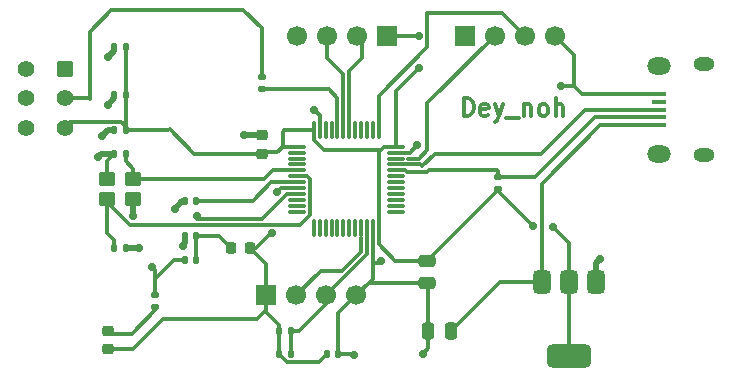
<source format=gbr>
%TF.GenerationSoftware,KiCad,Pcbnew,9.0.4*%
%TF.CreationDate,2025-09-11T21:53:48-07:00*%
%TF.ProjectId,STM32 PCB design,53544d33-3220-4504-9342-206465736967,rev?*%
%TF.SameCoordinates,Original*%
%TF.FileFunction,Copper,L1,Top*%
%TF.FilePolarity,Positive*%
%FSLAX46Y46*%
G04 Gerber Fmt 4.6, Leading zero omitted, Abs format (unit mm)*
G04 Created by KiCad (PCBNEW 9.0.4) date 2025-09-11 21:53:48*
%MOMM*%
%LPD*%
G01*
G04 APERTURE LIST*
G04 Aperture macros list*
%AMRoundRect*
0 Rectangle with rounded corners*
0 $1 Rounding radius*
0 $2 $3 $4 $5 $6 $7 $8 $9 X,Y pos of 4 corners*
0 Add a 4 corners polygon primitive as box body*
4,1,4,$2,$3,$4,$5,$6,$7,$8,$9,$2,$3,0*
0 Add four circle primitives for the rounded corners*
1,1,$1+$1,$2,$3*
1,1,$1+$1,$4,$5*
1,1,$1+$1,$6,$7*
1,1,$1+$1,$8,$9*
0 Add four rect primitives between the rounded corners*
20,1,$1+$1,$2,$3,$4,$5,0*
20,1,$1+$1,$4,$5,$6,$7,0*
20,1,$1+$1,$6,$7,$8,$9,0*
20,1,$1+$1,$8,$9,$2,$3,0*%
G04 Aperture macros list end*
%ADD10C,0.300000*%
%TA.AperFunction,NonConductor*%
%ADD11C,0.300000*%
%TD*%
%TA.AperFunction,SMDPad,CuDef*%
%ADD12RoundRect,0.140000X0.140000X0.170000X-0.140000X0.170000X-0.140000X-0.170000X0.140000X-0.170000X0*%
%TD*%
%TA.AperFunction,ComponentPad*%
%ADD13R,1.700000X1.700000*%
%TD*%
%TA.AperFunction,ComponentPad*%
%ADD14C,1.700000*%
%TD*%
%TA.AperFunction,SMDPad,CuDef*%
%ADD15RoundRect,0.140000X-0.140000X-0.170000X0.140000X-0.170000X0.140000X0.170000X-0.140000X0.170000X0*%
%TD*%
%TA.AperFunction,SMDPad,CuDef*%
%ADD16RoundRect,0.218750X-0.218750X-0.256250X0.218750X-0.256250X0.218750X0.256250X-0.218750X0.256250X0*%
%TD*%
%TA.AperFunction,SMDPad,CuDef*%
%ADD17RoundRect,0.225000X0.250000X-0.225000X0.250000X0.225000X-0.250000X0.225000X-0.250000X-0.225000X0*%
%TD*%
%TA.AperFunction,SMDPad,CuDef*%
%ADD18RoundRect,0.250000X0.250000X0.475000X-0.250000X0.475000X-0.250000X-0.475000X0.250000X-0.475000X0*%
%TD*%
%TA.AperFunction,SMDPad,CuDef*%
%ADD19RoundRect,0.135000X0.135000X0.185000X-0.135000X0.185000X-0.135000X-0.185000X0.135000X-0.185000X0*%
%TD*%
%TA.AperFunction,SMDPad,CuDef*%
%ADD20RoundRect,0.250000X0.450000X0.350000X-0.450000X0.350000X-0.450000X-0.350000X0.450000X-0.350000X0*%
%TD*%
%TA.AperFunction,ComponentPad*%
%ADD21RoundRect,0.250000X-0.450000X0.450000X-0.450000X-0.450000X0.450000X-0.450000X0.450000X0.450000X0*%
%TD*%
%TA.AperFunction,ComponentPad*%
%ADD22C,1.400000*%
%TD*%
%TA.AperFunction,SMDPad,CuDef*%
%ADD23RoundRect,0.135000X0.185000X-0.135000X0.185000X0.135000X-0.185000X0.135000X-0.185000X-0.135000X0*%
%TD*%
%TA.AperFunction,SMDPad,CuDef*%
%ADD24RoundRect,0.218750X-0.256250X0.218750X-0.256250X-0.218750X0.256250X-0.218750X0.256250X0.218750X0*%
%TD*%
%TA.AperFunction,SMDPad,CuDef*%
%ADD25RoundRect,0.250000X-0.475000X0.250000X-0.475000X-0.250000X0.475000X-0.250000X0.475000X0.250000X0*%
%TD*%
%TA.AperFunction,SMDPad,CuDef*%
%ADD26RoundRect,0.075000X-0.662500X-0.075000X0.662500X-0.075000X0.662500X0.075000X-0.662500X0.075000X0*%
%TD*%
%TA.AperFunction,SMDPad,CuDef*%
%ADD27RoundRect,0.075000X-0.075000X-0.662500X0.075000X-0.662500X0.075000X0.662500X-0.075000X0.662500X0*%
%TD*%
%TA.AperFunction,SMDPad,CuDef*%
%ADD28R,1.300000X0.450000*%
%TD*%
%TA.AperFunction,HeatsinkPad*%
%ADD29O,1.800000X1.150000*%
%TD*%
%TA.AperFunction,HeatsinkPad*%
%ADD30O,2.000000X1.450000*%
%TD*%
%TA.AperFunction,SMDPad,CuDef*%
%ADD31RoundRect,0.135000X-0.185000X0.135000X-0.185000X-0.135000X0.185000X-0.135000X0.185000X0.135000X0*%
%TD*%
%TA.AperFunction,SMDPad,CuDef*%
%ADD32RoundRect,0.375000X-0.375000X0.625000X-0.375000X-0.625000X0.375000X-0.625000X0.375000X0.625000X0*%
%TD*%
%TA.AperFunction,SMDPad,CuDef*%
%ADD33RoundRect,0.500000X-1.400000X0.500000X-1.400000X-0.500000X1.400000X-0.500000X1.400000X0.500000X0*%
%TD*%
%TA.AperFunction,ViaPad*%
%ADD34C,0.700000*%
%TD*%
%TA.AperFunction,Conductor*%
%ADD35C,0.300000*%
%TD*%
%TA.AperFunction,Conductor*%
%ADD36C,0.500000*%
%TD*%
G04 APERTURE END LIST*
D10*
D11*
X151100310Y-71809828D02*
X151100310Y-70309828D01*
X151100310Y-70309828D02*
X151457453Y-70309828D01*
X151457453Y-70309828D02*
X151671739Y-70381257D01*
X151671739Y-70381257D02*
X151814596Y-70524114D01*
X151814596Y-70524114D02*
X151886025Y-70666971D01*
X151886025Y-70666971D02*
X151957453Y-70952685D01*
X151957453Y-70952685D02*
X151957453Y-71166971D01*
X151957453Y-71166971D02*
X151886025Y-71452685D01*
X151886025Y-71452685D02*
X151814596Y-71595542D01*
X151814596Y-71595542D02*
X151671739Y-71738400D01*
X151671739Y-71738400D02*
X151457453Y-71809828D01*
X151457453Y-71809828D02*
X151100310Y-71809828D01*
X153171739Y-71738400D02*
X153028882Y-71809828D01*
X153028882Y-71809828D02*
X152743168Y-71809828D01*
X152743168Y-71809828D02*
X152600310Y-71738400D01*
X152600310Y-71738400D02*
X152528882Y-71595542D01*
X152528882Y-71595542D02*
X152528882Y-71024114D01*
X152528882Y-71024114D02*
X152600310Y-70881257D01*
X152600310Y-70881257D02*
X152743168Y-70809828D01*
X152743168Y-70809828D02*
X153028882Y-70809828D01*
X153028882Y-70809828D02*
X153171739Y-70881257D01*
X153171739Y-70881257D02*
X153243168Y-71024114D01*
X153243168Y-71024114D02*
X153243168Y-71166971D01*
X153243168Y-71166971D02*
X152528882Y-71309828D01*
X153743167Y-70809828D02*
X154100310Y-71809828D01*
X154457453Y-70809828D02*
X154100310Y-71809828D01*
X154100310Y-71809828D02*
X153957453Y-72166971D01*
X153957453Y-72166971D02*
X153886024Y-72238400D01*
X153886024Y-72238400D02*
X153743167Y-72309828D01*
X154671739Y-71952685D02*
X155814596Y-71952685D01*
X156171738Y-70809828D02*
X156171738Y-71809828D01*
X156171738Y-70952685D02*
X156243167Y-70881257D01*
X156243167Y-70881257D02*
X156386024Y-70809828D01*
X156386024Y-70809828D02*
X156600310Y-70809828D01*
X156600310Y-70809828D02*
X156743167Y-70881257D01*
X156743167Y-70881257D02*
X156814596Y-71024114D01*
X156814596Y-71024114D02*
X156814596Y-71809828D01*
X157743167Y-71809828D02*
X157600310Y-71738400D01*
X157600310Y-71738400D02*
X157528881Y-71666971D01*
X157528881Y-71666971D02*
X157457453Y-71524114D01*
X157457453Y-71524114D02*
X157457453Y-71095542D01*
X157457453Y-71095542D02*
X157528881Y-70952685D01*
X157528881Y-70952685D02*
X157600310Y-70881257D01*
X157600310Y-70881257D02*
X157743167Y-70809828D01*
X157743167Y-70809828D02*
X157957453Y-70809828D01*
X157957453Y-70809828D02*
X158100310Y-70881257D01*
X158100310Y-70881257D02*
X158171739Y-70952685D01*
X158171739Y-70952685D02*
X158243167Y-71095542D01*
X158243167Y-71095542D02*
X158243167Y-71524114D01*
X158243167Y-71524114D02*
X158171739Y-71666971D01*
X158171739Y-71666971D02*
X158100310Y-71738400D01*
X158100310Y-71738400D02*
X157957453Y-71809828D01*
X157957453Y-71809828D02*
X157743167Y-71809828D01*
X158886024Y-71809828D02*
X158886024Y-70309828D01*
X159528882Y-71809828D02*
X159528882Y-71024114D01*
X159528882Y-71024114D02*
X159457453Y-70881257D01*
X159457453Y-70881257D02*
X159314596Y-70809828D01*
X159314596Y-70809828D02*
X159100310Y-70809828D01*
X159100310Y-70809828D02*
X158957453Y-70881257D01*
X158957453Y-70881257D02*
X158886024Y-70952685D01*
D12*
%TO.P,C1,1*%
%TO.N,+3.3V*%
X122480000Y-73000000D03*
%TO.P,C1,2*%
%TO.N,GND*%
X121520000Y-73000000D03*
%TD*%
D13*
%TO.P,J2,1,Pin_1*%
%TO.N,+3.3V*%
X151190000Y-65000000D03*
D14*
%TO.P,J2,2,Pin_2*%
%TO.N,/SWDIO*%
X153730000Y-65000000D03*
%TO.P,J2,3,Pin_3*%
%TO.N,/SWCLK*%
X156270000Y-65000000D03*
%TO.P,J2,4,Pin_4*%
%TO.N,GND*%
X158810000Y-65000000D03*
%TD*%
D15*
%TO.P,C7,1*%
%TO.N,+3.3V*%
X139520000Y-92000000D03*
%TO.P,C7,2*%
%TO.N,GND*%
X140480000Y-92000000D03*
%TD*%
D12*
%TO.P,C5,1*%
%TO.N,+3.3VA*%
X128480000Y-84000000D03*
%TO.P,C5,2*%
%TO.N,GND*%
X127520000Y-84000000D03*
%TD*%
%TO.P,C6,1*%
%TO.N,+3.3VA*%
X128480000Y-82000000D03*
%TO.P,C6,2*%
%TO.N,GND*%
X127520000Y-82000000D03*
%TD*%
%TO.P,C3,1*%
%TO.N,+3.3V*%
X122480000Y-66000000D03*
%TO.P,C3,2*%
%TO.N,GND*%
X121520000Y-66000000D03*
%TD*%
D16*
%TO.P,FB1,1*%
%TO.N,+3.3VA*%
X131425000Y-83000000D03*
%TO.P,FB1,2*%
%TO.N,+3.3V*%
X133000000Y-83000000D03*
%TD*%
D17*
%TO.P,C4,1*%
%TO.N,+3.3V*%
X134000000Y-75000000D03*
%TO.P,C4,2*%
%TO.N,GND*%
X134000000Y-73450000D03*
%TD*%
D18*
%TO.P,C11,1*%
%TO.N,VBUS*%
X150000000Y-90000000D03*
%TO.P,C11,2*%
%TO.N,GND*%
X148100000Y-90000000D03*
%TD*%
D13*
%TO.P,J4,1,Pin_1*%
%TO.N,+3.3V*%
X134380000Y-87000000D03*
D14*
%TO.P,J4,2,Pin_2*%
%TO.N,/12C2_SCL*%
X136920000Y-87000000D03*
%TO.P,J4,3,Pin_3*%
%TO.N,/12C2_SDA*%
X139460000Y-87000000D03*
%TO.P,J4,4,Pin_4*%
%TO.N,GND*%
X142000000Y-87000000D03*
%TD*%
D19*
%TO.P,R5,1*%
%TO.N,/12C2_SDA*%
X136510000Y-92000000D03*
%TO.P,R5,2*%
%TO.N,+3.3V*%
X135490000Y-92000000D03*
%TD*%
D20*
%TO.P,Y1,1,1*%
%TO.N,/HSE_IN*%
X123100000Y-77150000D03*
%TO.P,Y1,2,2*%
%TO.N,GND*%
X120900000Y-77150000D03*
%TO.P,Y1,3,3*%
%TO.N,/HSE_OUT*%
X120900000Y-78850000D03*
%TO.P,Y1,4,4*%
%TO.N,GND*%
X123100000Y-78850000D03*
%TD*%
D21*
%TO.P,SW1,1,A*%
%TO.N,GND*%
X117325500Y-67807200D03*
D22*
%TO.P,SW1,2,B*%
%TO.N,/SW_BOOTO*%
X117325500Y-70307200D03*
%TO.P,SW1,3,C*%
%TO.N,+3.3V*%
X117325500Y-72807200D03*
%TO.P,SW1,4*%
%TO.N,N/C*%
X114025500Y-72807200D03*
%TO.P,SW1,5*%
X114025500Y-70307200D03*
%TO.P,SW1,6*%
X114025500Y-67807200D03*
%TD*%
D15*
%TO.P,C10,1*%
%TO.N,/HSE_OUT*%
X121520000Y-83000000D03*
%TO.P,C10,2*%
%TO.N,GND*%
X122480000Y-83000000D03*
%TD*%
D23*
%TO.P,R2,1*%
%TO.N,+3.3V*%
X154000000Y-78000000D03*
%TO.P,R2,2*%
%TO.N,/USB_D-*%
X154000000Y-76980000D03*
%TD*%
D24*
%TO.P,D1,1,K*%
%TO.N,/PWR_LED_K*%
X121000000Y-90000000D03*
%TO.P,D1,2,A*%
%TO.N,+3.3V*%
X121000000Y-91575000D03*
%TD*%
D23*
%TO.P,R3,1*%
%TO.N,/PWR_LED_K*%
X125000000Y-88020000D03*
%TO.P,R3,2*%
%TO.N,GND*%
X125000000Y-87000000D03*
%TD*%
D25*
%TO.P,C12,1*%
%TO.N,+3.3V*%
X148000000Y-84050000D03*
%TO.P,C12,2*%
%TO.N,GND*%
X148000000Y-85950000D03*
%TD*%
D26*
%TO.P,U1,1,VBAT*%
%TO.N,+3.3V*%
X137010700Y-74415200D03*
%TO.P,U1,2,PC13*%
%TO.N,unconnected-(U1-PC13-Pad2)*%
X137010700Y-74915200D03*
%TO.P,U1,3,PC14*%
%TO.N,unconnected-(U1-PC14-Pad3)*%
X137010700Y-75415200D03*
%TO.P,U1,4,PC15*%
%TO.N,unconnected-(U1-PC15-Pad4)*%
X137010700Y-75915200D03*
%TO.P,U1,5,PD0*%
%TO.N,/HSE_IN*%
X137010700Y-76415200D03*
%TO.P,U1,6,PD1*%
%TO.N,/HSE_OUT*%
X137010700Y-76915200D03*
%TO.P,U1,7,NRST*%
%TO.N,/NRST*%
X137010700Y-77415200D03*
%TO.P,U1,8,VSSA*%
%TO.N,GND*%
X137010700Y-77915200D03*
%TO.P,U1,9,VDDA*%
%TO.N,+3.3VA*%
X137010700Y-78415200D03*
%TO.P,U1,10,PA0*%
%TO.N,unconnected-(U1-PA0-Pad10)*%
X137010700Y-78915200D03*
%TO.P,U1,11,PA1*%
%TO.N,unconnected-(U1-PA1-Pad11)*%
X137010700Y-79415200D03*
%TO.P,U1,12,PA2*%
%TO.N,unconnected-(U1-PA2-Pad12)*%
X137010700Y-79915200D03*
D27*
%TO.P,U1,13,PA3*%
%TO.N,unconnected-(U1-PA3-Pad13)*%
X138423200Y-81327700D03*
%TO.P,U1,14,PA4*%
%TO.N,unconnected-(U1-PA4-Pad14)*%
X138923200Y-81327700D03*
%TO.P,U1,15,PA5*%
%TO.N,unconnected-(U1-PA5-Pad15)*%
X139423200Y-81327700D03*
%TO.P,U1,16,PA6*%
%TO.N,unconnected-(U1-PA6-Pad16)*%
X139923200Y-81327700D03*
%TO.P,U1,17,PA7*%
%TO.N,unconnected-(U1-PA7-Pad17)*%
X140423200Y-81327700D03*
%TO.P,U1,18,PB0*%
%TO.N,unconnected-(U1-PB0-Pad18)*%
X140923200Y-81327700D03*
%TO.P,U1,19,PB1*%
%TO.N,unconnected-(U1-PB1-Pad19)*%
X141423200Y-81327700D03*
%TO.P,U1,20,PB2*%
%TO.N,unconnected-(U1-PB2-Pad20)*%
X141923200Y-81327700D03*
%TO.P,U1,21,PB10*%
%TO.N,/12C2_SCL*%
X142423200Y-81327700D03*
%TO.P,U1,22,PB11*%
%TO.N,/12C2_SDA*%
X142923200Y-81327700D03*
%TO.P,U1,23,VSS*%
%TO.N,GND*%
X143423200Y-81327700D03*
%TO.P,U1,24,VDD*%
%TO.N,+3.3V*%
X143923200Y-81327700D03*
D26*
%TO.P,U1,25,PB12*%
%TO.N,unconnected-(U1-PB12-Pad25)*%
X145335700Y-79915200D03*
%TO.P,U1,26,PB13*%
%TO.N,unconnected-(U1-PB13-Pad26)*%
X145335700Y-79415200D03*
%TO.P,U1,27,PB14*%
%TO.N,unconnected-(U1-PB14-Pad27)*%
X145335700Y-78915200D03*
%TO.P,U1,28,PB15*%
%TO.N,unconnected-(U1-PB15-Pad28)*%
X145335700Y-78415200D03*
%TO.P,U1,29,PA8*%
%TO.N,unconnected-(U1-PA8-Pad29)*%
X145335700Y-77915200D03*
%TO.P,U1,30,PA9*%
%TO.N,unconnected-(U1-PA9-Pad30)*%
X145335700Y-77415200D03*
%TO.P,U1,31,PA10*%
%TO.N,unconnected-(U1-PA10-Pad31)*%
X145335700Y-76915200D03*
%TO.P,U1,32,PA11*%
%TO.N,/USB_D-*%
X145335700Y-76415200D03*
%TO.P,U1,33,PA12*%
%TO.N,/USB_D+*%
X145335700Y-75915200D03*
%TO.P,U1,34,PA13*%
%TO.N,/SWDIO*%
X145335700Y-75415200D03*
%TO.P,U1,35,VSS*%
%TO.N,GND*%
X145335700Y-74915200D03*
%TO.P,U1,36,VDD*%
%TO.N,+3.3V*%
X145335700Y-74415200D03*
D27*
%TO.P,U1,37,PA14*%
%TO.N,/SWCLK*%
X143923200Y-73002700D03*
%TO.P,U1,38,PA15*%
%TO.N,unconnected-(U1-PA15-Pad38)*%
X143423200Y-73002700D03*
%TO.P,U1,39,PB3*%
%TO.N,unconnected-(U1-PB3-Pad39)*%
X142923200Y-73002700D03*
%TO.P,U1,40,PB4*%
%TO.N,unconnected-(U1-PB4-Pad40)*%
X142423200Y-73002700D03*
%TO.P,U1,41,PB5*%
%TO.N,unconnected-(U1-PB5-Pad41)*%
X141923200Y-73002700D03*
%TO.P,U1,42,PB6*%
%TO.N,/USART1_TX*%
X141423200Y-73002700D03*
%TO.P,U1,43,PB7*%
%TO.N,/USART1_RX*%
X140923200Y-73002700D03*
%TO.P,U1,44,BOOT0*%
%TO.N,/BOOTO*%
X140423200Y-73002700D03*
%TO.P,U1,45,PB8*%
%TO.N,unconnected-(U1-PB8-Pad45)*%
X139923200Y-73002700D03*
%TO.P,U1,46,PB9*%
%TO.N,unconnected-(U1-PB9-Pad46)*%
X139423200Y-73002700D03*
%TO.P,U1,47,VSS*%
%TO.N,GND*%
X138923200Y-73002700D03*
%TO.P,U1,48,VDD*%
%TO.N,+3.3V*%
X138423200Y-73002700D03*
%TD*%
D28*
%TO.P,J1,1,VBUS*%
%TO.N,VBUS*%
X167626600Y-72577400D03*
%TO.P,J1,2,D-*%
%TO.N,/USB_D-*%
X167626600Y-71927400D03*
%TO.P,J1,3,D+*%
%TO.N,/USB_D+*%
X167626600Y-71277400D03*
%TO.P,J1,4,ID*%
%TO.N,unconnected-(J1-ID-Pad4)*%
X167626600Y-70627400D03*
%TO.P,J1,5,GND*%
%TO.N,GND*%
X167626600Y-69977400D03*
D29*
%TO.P,J1,6,Shield*%
%TO.N,unconnected-(J1-Shield-Pad6)_3*%
X171476600Y-75152400D03*
D30*
%TO.N,unconnected-(J1-Shield-Pad6)_1*%
X167676600Y-75002400D03*
%TO.N,unconnected-(J1-Shield-Pad6)*%
X167676600Y-67552400D03*
D29*
%TO.N,unconnected-(J1-Shield-Pad6)_2*%
X171476600Y-67402400D03*
%TD*%
D19*
%TO.P,R4,1*%
%TO.N,/12C2_SDA*%
X136510000Y-90000000D03*
%TO.P,R4,2*%
%TO.N,+3.3V*%
X135490000Y-90000000D03*
%TD*%
D12*
%TO.P,C9,1*%
%TO.N,/HSE_IN*%
X122480000Y-75000000D03*
%TO.P,C9,2*%
%TO.N,GND*%
X121520000Y-75000000D03*
%TD*%
D31*
%TO.P,R1,1*%
%TO.N,/SW_BOOTO*%
X134000000Y-68490000D03*
%TO.P,R1,2*%
%TO.N,/BOOTO*%
X134000000Y-69510000D03*
%TD*%
D12*
%TO.P,C8,1*%
%TO.N,/NRST*%
X128480000Y-79000000D03*
%TO.P,C8,2*%
%TO.N,GND*%
X127520000Y-79000000D03*
%TD*%
%TO.P,C2,1*%
%TO.N,+3.3V*%
X122480000Y-70000000D03*
%TO.P,C2,2*%
%TO.N,GND*%
X121520000Y-70000000D03*
%TD*%
D13*
%TO.P,J3,1,Pin_1*%
%TO.N,+3.3V*%
X144620000Y-65000000D03*
D14*
%TO.P,J3,2,Pin_2*%
%TO.N,/USART1_TX*%
X142080000Y-65000000D03*
%TO.P,J3,3,Pin_3*%
%TO.N,/USART1_RX*%
X139540000Y-65000000D03*
%TO.P,J3,4,Pin_4*%
%TO.N,GND*%
X137000000Y-65000000D03*
%TD*%
D32*
%TO.P,U2,1,GND*%
%TO.N,GND*%
X162300000Y-85850000D03*
%TO.P,U2,2,VO*%
%TO.N,+3.3V*%
X160000000Y-85850000D03*
D33*
X160000000Y-92150000D03*
D32*
%TO.P,U2,3,VI*%
%TO.N,VBUS*%
X157700000Y-85850000D03*
%TD*%
D34*
%TO.N,+3.3V*%
X158648400Y-81203800D03*
X157000000Y-81127600D03*
%TO.N,+3.3VA*%
X128549400Y-80315800D03*
%TO.N,+3.3V*%
X147320000Y-67741800D03*
X147331200Y-64998600D03*
%TO.N,GND*%
X135280725Y-78257075D03*
%TO.N,+3.3V*%
X134899400Y-81715800D03*
X158648400Y-81203800D03*
%TO.N,GND*%
X126644400Y-79654400D03*
X127330200Y-82778600D03*
X120472200Y-73507600D03*
X120116600Y-75260200D03*
X120954800Y-70891400D03*
X121031000Y-66827400D03*
X147193000Y-74269600D03*
X138455400Y-71297800D03*
X144145000Y-84124800D03*
X147650200Y-91948000D03*
X159385000Y-69240400D03*
X141782800Y-92075000D03*
X124714000Y-84607400D03*
X123139200Y-80314800D03*
X123621800Y-82981800D03*
X162610800Y-83921600D03*
X132511800Y-73431400D03*
%TD*%
D35*
%TO.N,+3.3VA*%
X128480000Y-84000000D02*
X128480000Y-82000000D01*
%TO.N,+3.3V*%
X154000000Y-78127600D02*
X157000000Y-81127600D01*
X154000000Y-78000000D02*
X154000000Y-78127600D01*
X154000000Y-78050000D02*
X148000000Y-84050000D01*
%TO.N,+3.3VA*%
X134014364Y-80514800D02*
X128549400Y-80514800D01*
X136113964Y-78415200D02*
X134014364Y-80514800D01*
X137010700Y-78415200D02*
X136113964Y-78415200D01*
X128549400Y-80514800D02*
X128549400Y-80315800D01*
%TO.N,+3.3V*%
X135490000Y-90000000D02*
X135490000Y-89516000D01*
X134289800Y-88315800D02*
X133578600Y-89027000D01*
X135490000Y-89516000D02*
X134289800Y-88315800D01*
%TO.N,/12C2_SDA*%
X137203000Y-90000000D02*
X139460000Y-87743000D01*
X139460000Y-87743000D02*
X139460000Y-87000000D01*
X136510000Y-90000000D02*
X137203000Y-90000000D01*
%TO.N,+3.3V*%
X138423200Y-73844734D02*
X138423200Y-73002700D01*
X139241766Y-74663300D02*
X138423200Y-73844734D01*
X144081500Y-74663300D02*
X144329600Y-74415200D01*
X144081500Y-74663300D02*
X139241766Y-74663300D01*
X144329600Y-74415200D02*
X145335700Y-74415200D01*
X143923200Y-74821600D02*
X144081500Y-74663300D01*
X143923200Y-81327700D02*
X143923200Y-74821600D01*
X143923200Y-82658400D02*
X143923200Y-81327700D01*
X145314800Y-84050000D02*
X143923200Y-82658400D01*
X148000000Y-84050000D02*
X145314800Y-84050000D01*
X154000000Y-78000000D02*
X154000000Y-78050000D01*
X145335700Y-69726100D02*
X147320000Y-67741800D01*
X145335700Y-74415200D02*
X145335700Y-69726100D01*
X147269200Y-64998600D02*
X147331200Y-64998600D01*
X147267800Y-65000000D02*
X147269200Y-64998600D01*
X144620000Y-65000000D02*
X147267800Y-65000000D01*
X135769800Y-73145200D02*
X135769800Y-74415200D01*
X135912300Y-73002700D02*
X135769800Y-73145200D01*
X138423200Y-73002700D02*
X135912300Y-73002700D01*
%TO.N,GND*%
X135622600Y-77915200D02*
X135280725Y-78257075D01*
X137010700Y-77915200D02*
X135622600Y-77915200D01*
%TO.N,+3.3V*%
X134801800Y-81813400D02*
X134899400Y-81715800D01*
X134721600Y-81813400D02*
X134801800Y-81813400D01*
X134696200Y-81788000D02*
X134721600Y-81813400D01*
X133484200Y-83000000D02*
X134696200Y-81788000D01*
X133000000Y-83000000D02*
X133484200Y-83000000D01*
X160000000Y-82555400D02*
X158648400Y-81203800D01*
X160000000Y-85850000D02*
X160000000Y-82555400D01*
X160000000Y-92150000D02*
X160000000Y-85850000D01*
%TO.N,+3.3VA*%
X130425000Y-82000000D02*
X131425000Y-83000000D01*
X128480000Y-82000000D02*
X130425000Y-82000000D01*
%TO.N,+3.3V*%
X134380000Y-84380000D02*
X133000000Y-83000000D01*
X134380000Y-87000000D02*
X134380000Y-84380000D01*
%TO.N,/HSE_OUT*%
X138099200Y-77161666D02*
X137852734Y-76915200D01*
X138099200Y-80168734D02*
X138099200Y-77161666D01*
X137252134Y-81015800D02*
X138099200Y-80168734D01*
X122848836Y-81015800D02*
X137252134Y-81015800D01*
X120900000Y-79066964D02*
X122848836Y-81015800D01*
X137852734Y-76915200D02*
X137010700Y-76915200D01*
X120900000Y-78850000D02*
X120900000Y-79066964D01*
%TO.N,+3.3V*%
X122480000Y-72690001D02*
X122480000Y-73000000D01*
X117793700Y-72339000D02*
X122128999Y-72339000D01*
X122128999Y-72339000D02*
X122480000Y-72690001D01*
X117325500Y-72807200D02*
X117793700Y-72339000D01*
X128314600Y-75000000D02*
X126212600Y-72898000D01*
X126110600Y-73000000D02*
X122480000Y-73000000D01*
X134000000Y-75000000D02*
X128314600Y-75000000D01*
X126212600Y-72898000D02*
X126110600Y-73000000D01*
%TO.N,/HSE_IN*%
X134203400Y-77150000D02*
X123100000Y-77150000D01*
X134938200Y-76415200D02*
X134203400Y-77150000D01*
X137010700Y-76415200D02*
X134938200Y-76415200D01*
%TO.N,/NRST*%
X134827200Y-77415200D02*
X137010700Y-77415200D01*
X133242400Y-79000000D02*
X134827200Y-77415200D01*
X128480000Y-79000000D02*
X133242400Y-79000000D01*
D36*
%TO.N,GND*%
X127298800Y-79000000D02*
X126644400Y-79654400D01*
X127520000Y-79000000D02*
X127298800Y-79000000D01*
X127520000Y-82588800D02*
X127330200Y-82778600D01*
X127520000Y-82000000D02*
X127520000Y-82588800D01*
X120979800Y-73000000D02*
X120472200Y-73507600D01*
X121520000Y-73000000D02*
X120979800Y-73000000D01*
D35*
X120900000Y-75620000D02*
X121520000Y-75000000D01*
X120900000Y-77150000D02*
X120900000Y-75620000D01*
D36*
X120376800Y-75000000D02*
X120116600Y-75260200D01*
X121520000Y-75000000D02*
X120376800Y-75000000D01*
X121520000Y-70326200D02*
X120954800Y-70891400D01*
X121520000Y-70000000D02*
X121520000Y-70326200D01*
X121520000Y-66338400D02*
X121031000Y-66827400D01*
X121520000Y-66000000D02*
X121520000Y-66338400D01*
D35*
X146549400Y-74913200D02*
X147193000Y-74269600D01*
X146147279Y-74913200D02*
X146549400Y-74913200D01*
X146145279Y-74915200D02*
X146147279Y-74913200D01*
X145335700Y-74915200D02*
X146145279Y-74915200D01*
X138923200Y-71765600D02*
X138455400Y-71297800D01*
X138923200Y-73002700D02*
X138923200Y-71765600D01*
X143992600Y-84277200D02*
X144145000Y-84124800D01*
X143423200Y-84277200D02*
X143992600Y-84277200D01*
X143423200Y-84277200D02*
X143423200Y-85655800D01*
X148100000Y-91498200D02*
X147650200Y-91948000D01*
X148100000Y-90000000D02*
X148100000Y-91498200D01*
X159435800Y-69291200D02*
X159385000Y-69240400D01*
X160426400Y-69291200D02*
X159435800Y-69291200D01*
X160426400Y-66616400D02*
X158810000Y-65000000D01*
X160426400Y-69291200D02*
X160426400Y-66616400D01*
X161112600Y-69977400D02*
X160426400Y-69291200D01*
X167626600Y-69977400D02*
X161112600Y-69977400D01*
X141707800Y-92000000D02*
X141782800Y-92075000D01*
X140480000Y-92000000D02*
X141707800Y-92000000D01*
X125000000Y-84893400D02*
X124714000Y-84607400D01*
X125000000Y-85591400D02*
X125000000Y-84893400D01*
D36*
X123100000Y-80275600D02*
X123139200Y-80314800D01*
X123100000Y-78850000D02*
X123100000Y-80275600D01*
X123603600Y-83000000D02*
X123621800Y-82981800D01*
X122480000Y-83000000D02*
X123603600Y-83000000D01*
D35*
X126591400Y-84000000D02*
X127520000Y-84000000D01*
X125000000Y-85591400D02*
X126591400Y-84000000D01*
X125000000Y-87000000D02*
X125000000Y-85591400D01*
X143423200Y-85655800D02*
X143129000Y-85950000D01*
X143423200Y-81327700D02*
X143423200Y-84277200D01*
X143129000Y-85950000D02*
X143050000Y-85950000D01*
X140480000Y-88520000D02*
X142000000Y-87000000D01*
X140480000Y-92000000D02*
X140480000Y-88520000D01*
X148000000Y-85950000D02*
X143129000Y-85950000D01*
X143050000Y-85950000D02*
X142000000Y-87000000D01*
X148100000Y-90000000D02*
X148100000Y-86050000D01*
X148100000Y-86050000D02*
X148000000Y-85950000D01*
D36*
X162300000Y-84232400D02*
X162610800Y-83921600D01*
X162300000Y-85850000D02*
X162300000Y-84232400D01*
X132530400Y-73450000D02*
X132511800Y-73431400D01*
X134000000Y-73450000D02*
X132530400Y-73450000D01*
D35*
%TO.N,/12C2_SCL*%
X140839280Y-84912200D02*
X142422200Y-83329280D01*
X142422200Y-83329280D02*
X142422200Y-82170734D01*
X136920000Y-87000000D02*
X139007800Y-84912200D01*
X139007800Y-84912200D02*
X140839280Y-84912200D01*
%TO.N,/12C2_SDA*%
X139460000Y-87000000D02*
X142923200Y-83536800D01*
X142923200Y-83536800D02*
X142923200Y-81327700D01*
%TO.N,/SWDIO*%
X147343800Y-75414200D02*
X146354800Y-75414200D01*
X153730000Y-65000000D02*
X148031200Y-70698800D01*
X148031200Y-70698800D02*
X148031200Y-74726800D01*
X148031200Y-74726800D02*
X147343800Y-75414200D01*
%TO.N,/SWCLK*%
X148031200Y-63093600D02*
X148031200Y-65989200D01*
X154363600Y-63093600D02*
X148031200Y-63093600D01*
X148031200Y-65989200D02*
X143923200Y-70097200D01*
X156270000Y-65000000D02*
X154363600Y-63093600D01*
X143923200Y-70097200D02*
X143923200Y-73002700D01*
%TO.N,/PWR_LED_K*%
X121271600Y-90271600D02*
X121000000Y-90000000D01*
X122986800Y-90271600D02*
X121271600Y-90271600D01*
X125000000Y-88258400D02*
X122986800Y-90271600D01*
X125000000Y-88020000D02*
X125000000Y-88258400D01*
%TO.N,VBUS*%
X154150000Y-85850000D02*
X157700000Y-85850000D01*
X150000000Y-90000000D02*
X154150000Y-85850000D01*
X157700000Y-77529400D02*
X157700000Y-85850000D01*
X162652000Y-72577400D02*
X157700000Y-77529400D01*
X167626600Y-72577400D02*
X162652000Y-72577400D01*
%TO.N,/USB_D-*%
X153949400Y-76403200D02*
X148132800Y-76403200D01*
X154000000Y-76453800D02*
X153949400Y-76403200D01*
X147962000Y-76574000D02*
X146336534Y-76574000D01*
X154000000Y-76980000D02*
X154000000Y-76453800D01*
X148132800Y-76403200D02*
X147962000Y-76574000D01*
X146336534Y-76574000D02*
X146178734Y-76416200D01*
X154000000Y-76980000D02*
X157157200Y-76980000D01*
X162209800Y-71927400D02*
X167626600Y-71927400D01*
X157157200Y-76980000D02*
X162209800Y-71927400D01*
%TO.N,/USB_D+*%
X147441600Y-75915200D02*
X145335700Y-75915200D01*
X147599400Y-76073000D02*
X147441600Y-75915200D01*
X148640800Y-75031600D02*
X147599400Y-76073000D01*
X157616950Y-75031600D02*
X148640800Y-75031600D01*
X167626600Y-71277400D02*
X161371150Y-71277400D01*
X161371150Y-71277400D02*
X157616950Y-75031600D01*
%TO.N,+3.3V*%
X136161000Y-92671000D02*
X135490000Y-92000000D01*
X138849000Y-92671000D02*
X136161000Y-92671000D01*
X139520000Y-92000000D02*
X138849000Y-92671000D01*
%TO.N,/12C2_SDA*%
X136510000Y-92000000D02*
X136510000Y-90000000D01*
%TO.N,+3.3V*%
X135490000Y-92000000D02*
X135490000Y-90000000D01*
X123105800Y-91575000D02*
X121000000Y-91575000D01*
X133578600Y-89027000D02*
X133553200Y-89001600D01*
X134380000Y-88225600D02*
X134289800Y-88315800D01*
X125679200Y-89001600D02*
X123105800Y-91575000D01*
X134380000Y-87000000D02*
X134380000Y-88225600D01*
X133553200Y-89001600D02*
X125679200Y-89001600D01*
%TO.N,/SW_BOOTO*%
X119430800Y-64668400D02*
X119430800Y-70332600D01*
X121234200Y-62865000D02*
X119430800Y-64668400D01*
X119405400Y-70307200D02*
X117325500Y-70307200D01*
X132461000Y-62865000D02*
X121234200Y-62865000D01*
X119430800Y-70332600D02*
X119405400Y-70307200D01*
X134000000Y-64404000D02*
X132461000Y-62865000D01*
X134000000Y-68490000D02*
X134000000Y-64404000D01*
%TO.N,+3.3V*%
X122480000Y-73000000D02*
X122480000Y-70000000D01*
X122480000Y-66346000D02*
X122478800Y-66344800D01*
X122480000Y-70000000D02*
X122480000Y-66346000D01*
%TO.N,/HSE_IN*%
X122480000Y-75642400D02*
X122480000Y-75000000D01*
X123100000Y-76262400D02*
X122480000Y-75642400D01*
X123100000Y-77150000D02*
X123100000Y-76262400D01*
%TO.N,/HSE_OUT*%
X120900000Y-81733200D02*
X120900000Y-78850000D01*
X121520000Y-82353200D02*
X120900000Y-81733200D01*
X121520000Y-83000000D02*
X121520000Y-82353200D01*
%TO.N,/BOOTO*%
X139664800Y-69510000D02*
X134000000Y-69510000D01*
X140423200Y-70268400D02*
X139664800Y-69510000D01*
X140423200Y-73002700D02*
X140423200Y-70268400D01*
%TO.N,/USART1_TX*%
X142519400Y-66878200D02*
X142519400Y-65439400D01*
X141423200Y-67974400D02*
X142519400Y-66878200D01*
X142519400Y-65439400D02*
X142080000Y-65000000D01*
X141423200Y-73002700D02*
X141423200Y-67974400D01*
%TO.N,/USART1_RX*%
X140923200Y-68279200D02*
X139540000Y-66896000D01*
X139540000Y-66896000D02*
X139540000Y-65000000D01*
X140923200Y-73002700D02*
X140923200Y-68279200D01*
%TO.N,+3.3V*%
X135769800Y-74415200D02*
X137010700Y-74415200D01*
X135305800Y-74879200D02*
X135769800Y-74415200D01*
X134543800Y-74879200D02*
X135305800Y-74879200D01*
%TD*%
M02*

</source>
